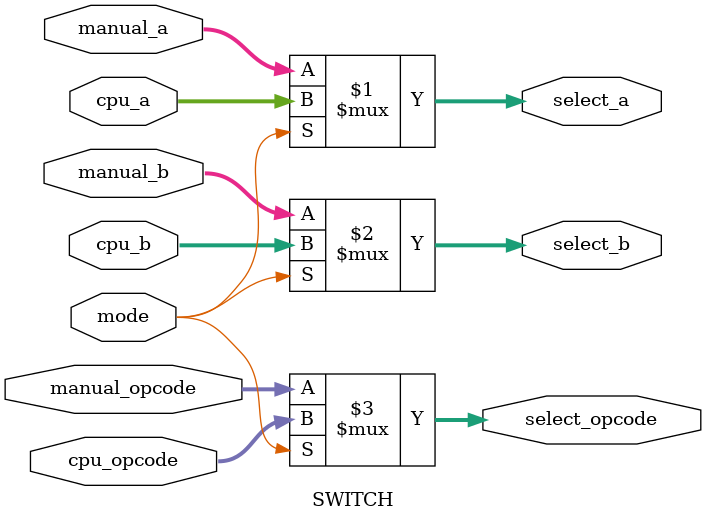
<source format=v>

`define default_netname none

module SWITCH (
    // 스위치 포트
    input wire mode,

    // 다중 mode 선택자로 조정
    input wire [7:0] manual_a, manual_b,
    input wire [2:0] manual_opcode,

    input wire [7:0] cpu_a, cpu_b,
    input wire [2:0] cpu_opcode,

    output wire [7:0] select_a, select_b,
    output wire [2:0] select_opcode
    );

    // =================================================================================
    // [수정 사항] SWITCH 모듈
    //
    // 기능: 'mode' 신호에 따라 CPU 모드(자동)와 매뉴얼 모드(수동) 중 하나의 입력 소스를 선택합니다.
    //       CPU 모드에서는 PC, DECODER, REG에서 오는 값을 사용하고,
    //       매뉴얼 모드에서는 외부 UI 입력(ui_in, uio_in)에서 오는 값을 사용합니다.
    //
    // 변경 사항:
    // - 기능적인 변경은 없으며, 코드 가독성을 높이기 위한 주석이 추가되었습니다.
    // =================================================================================


    // SWITCH
    assign select_a = mode ? cpu_a : manual_a;
    assign select_b = mode ? cpu_b : manual_b;
    assign select_opcode = mode ? cpu_opcode : manual_opcode; 
endmodule

</source>
